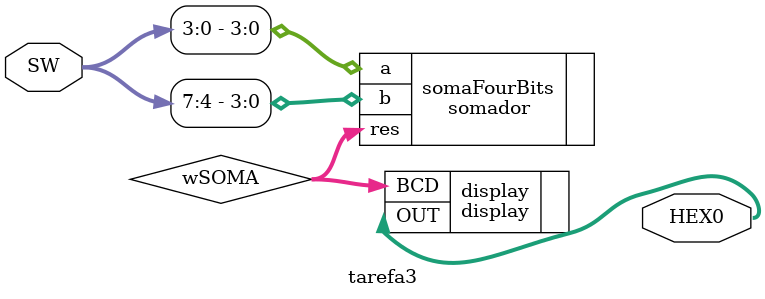
<source format=v>
module tarefa3 (input [7:0] SW, output[7:0] HEX0);
	wire [3:0] wSOMA;

	somador somaFourBits(.a(SW[3:0]),
								.b(SW[7:4]),
								.res(wSOMA));

	display display(.BCD(wSOMA),.OUT(HEX0));
endmodule
</source>
